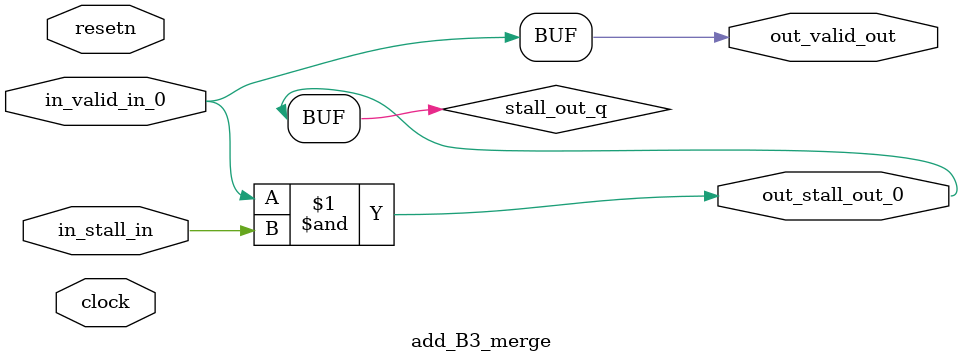
<source format=sv>



(* altera_attribute = "-name AUTO_SHIFT_REGISTER_RECOGNITION OFF; -name MESSAGE_DISABLE 10036; -name MESSAGE_DISABLE 10037; -name MESSAGE_DISABLE 14130; -name MESSAGE_DISABLE 14320; -name MESSAGE_DISABLE 15400; -name MESSAGE_DISABLE 14130; -name MESSAGE_DISABLE 10036; -name MESSAGE_DISABLE 12020; -name MESSAGE_DISABLE 12030; -name MESSAGE_DISABLE 12010; -name MESSAGE_DISABLE 12110; -name MESSAGE_DISABLE 14320; -name MESSAGE_DISABLE 13410; -name MESSAGE_DISABLE 113007; -name MESSAGE_DISABLE 10958" *)
module add_B3_merge (
    input wire [0:0] in_stall_in,
    input wire [0:0] in_valid_in_0,
    output wire [0:0] out_stall_out_0,
    output wire [0:0] out_valid_out,
    input wire clock,
    input wire resetn
    );

    wire [0:0] stall_out_q;


    // stall_out(LOGICAL,6)
    assign stall_out_q = in_valid_in_0 & in_stall_in;

    // out_stall_out_0(GPOUT,4)
    assign out_stall_out_0 = stall_out_q;

    // out_valid_out(GPOUT,5)
    assign out_valid_out = in_valid_in_0;

endmodule

</source>
